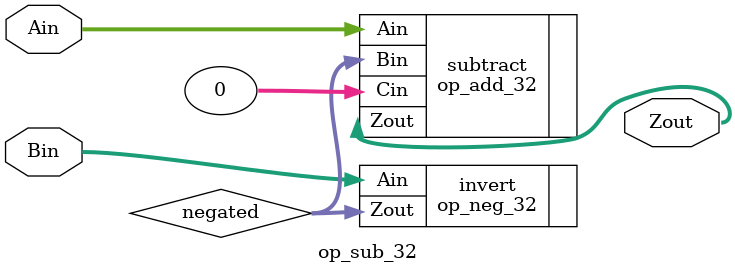
<source format=v>
module op_sub_32(input [31:0] Ain, Bin, output [31:0] Zout);
    wire [31:0] negated;

    // Super pog subtractor!!!
    op_neg_32 invert(.Ain(Bin), .Zout(negated));
    op_add_32 subtract(.Ain(Ain), .Bin(negated), .Cin(32'b0), .Zout(Zout));
endmodule
</source>
